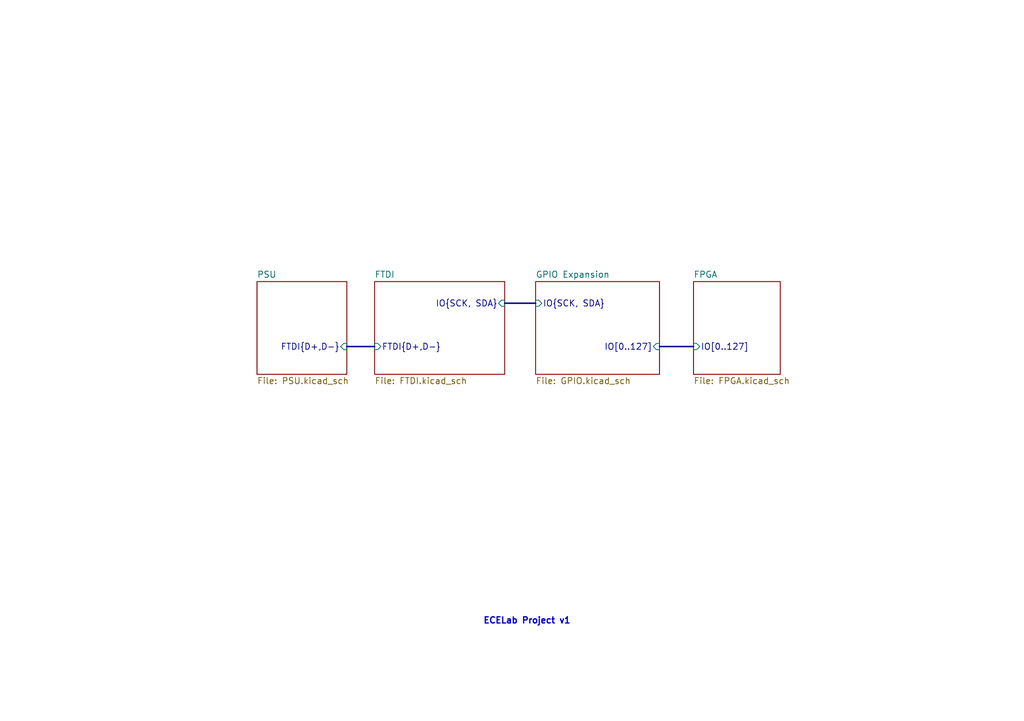
<source format=kicad_sch>
(kicad_sch (version 20211123) (generator eeschema)
  (paper "A5")
  (lib_symbols)
  (bus (pts (xy 103.505 62.23) (xy 109.855 62.23)))
  (bus (pts (xy 71.12 71.12) (xy 76.835 71.12)))
  (bus (pts (xy 135.255 71.12) (xy 142.24 71.12)))
  (text "ECELab Project v1" (at 99.06 128.27 0) (effects (font (size 1.27 1.27) bold) (justify left bottom)))
  (sheet (at 109.855 57.785) (size 25.4 19.05) (stroke (width 0.1524))
    (property "Sheet name" "GPIO Expansion" (at 109.855 57.0734 0) (effects (justify left bottom)))
    (property "Sheet file" "GPIO.kicad_sch" (at 109.855 77.4196 0) (effects (justify left top)))
    (pin "IO[0..127]" input (at 135.255 71.12 0))
    (pin "IO{SCK, SDA}" input (at 109.855 62.23 180))
  )
  (sheet (at 76.835 57.785) (size 26.67 19.05) (stroke (width 0.1524))
    (property "Sheet name" "FTDI" (at 76.835 57.0734 0) (effects (justify left bottom)))
    (property "Sheet file" "FTDI.kicad_sch" (at 76.835 77.4196 0) (effects (justify left top)))
    (pin "FTDI{D+,D-}" input (at 76.835 71.12 180))
    (pin "IO{SCK, SDA}" input (at 103.505 62.23 0))
  )
  (sheet (at 142.24 57.785) (size 17.78 19.05) (stroke (width 0.1524))
    (property "Sheet name" "FPGA" (at 142.24 57.0734 0) (effects (justify left bottom)))
    (property "Sheet file" "FPGA.kicad_sch" (at 142.24 77.4196 0) (effects (justify left top)))
    (pin "IO[0..127]" input (at 142.24 71.12 180))
  )
  (sheet (at 52.705 57.785) (size 18.415 19.05) (stroke (width 0.1524))
    (property "Sheet name" "PSU" (at 52.705 57.0734 0) (effects (justify left bottom)))
    (property "Sheet file" "PSU.kicad_sch" (at 52.705 77.4196 0) (effects (justify left top)))
    (pin "FTDI{D+,D-}" input (at 71.12 71.12 0))
  )
)
</source>
